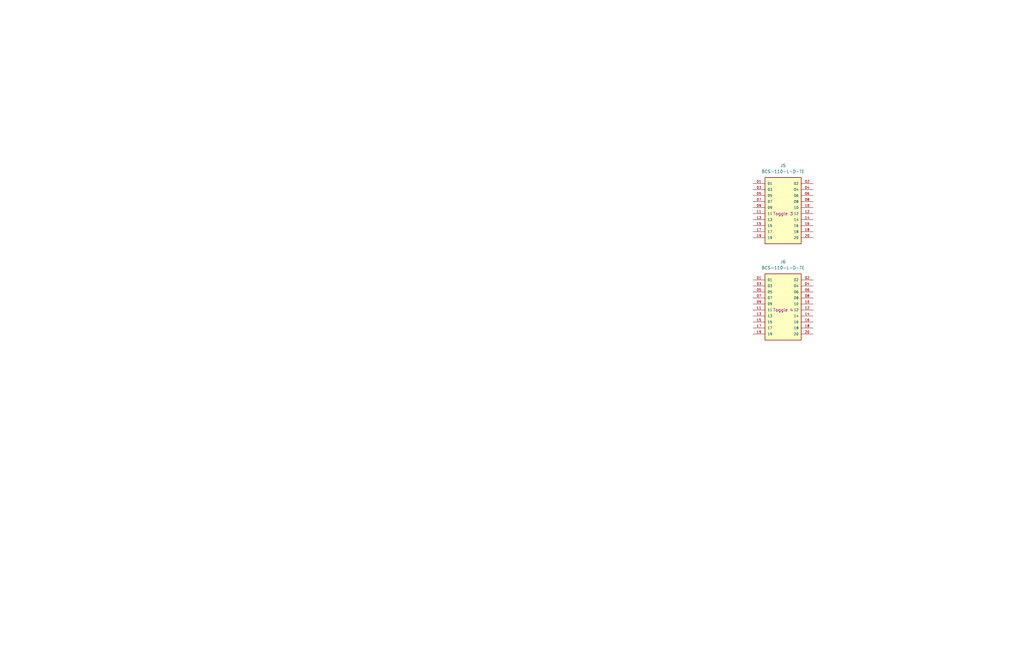
<source format=kicad_sch>
(kicad_sch
	(version 20250114)
	(generator "eeschema")
	(generator_version "9.0")
	(uuid "3474ccc8-a80d-4598-aa4d-3d84cabf74f0")
	(paper "B")
	(title_block
		(title "IMPISH POWER SUPPLY TOGGLES BOARD")
		(rev "-")
		(company "SOUTHWEST RESEARCH INSTITUTE")
	)
	(lib_symbols
		(symbol "IMPISH Toggles Library:BCS-110-L-D-TE"
			(pin_names
				(offset 1.016)
			)
			(exclude_from_sim no)
			(in_bom yes)
			(on_board yes)
			(property "Reference" "J"
				(at -8.12 15.24 0)
				(effects
					(font
						(size 1.27 1.27)
					)
					(justify left bottom)
				)
			)
			(property "Value" "BCS-110-L-D-TE"
				(at -7.62 -15.24 0)
				(effects
					(font
						(size 1.27 1.27)
					)
					(justify left bottom)
				)
			)
			(property "Footprint" "IMPISH Toggles Library:SAMTEC_BCS-110-L-D-TE"
				(at 0 -19.304 0)
				(effects
					(font
						(size 1.27 1.27)
					)
					(justify bottom)
					(hide yes)
				)
			)
			(property "Datasheet" ""
				(at 0 0 0)
				(effects
					(font
						(size 1.27 1.27)
					)
					(hide yes)
				)
			)
			(property "Description" ""
				(at 0 0 0)
				(effects
					(font
						(size 1.27 1.27)
					)
					(hide yes)
				)
			)
			(property "PARTREV" "R"
				(at 0 -22.606 0)
				(effects
					(font
						(size 1.27 1.27)
					)
					(justify bottom)
					(hide yes)
				)
			)
			(property "MANUFACTURER" "Samtec"
				(at 0 -20.828 0)
				(effects
					(font
						(size 1.27 1.27)
					)
					(justify bottom)
					(hide yes)
				)
			)
			(property "STANDARD" "Manufacturer Recommendations"
				(at 0 -17.526 0)
				(effects
					(font
						(size 1.27 1.27)
					)
					(justify bottom)
					(hide yes)
				)
			)
			(symbol "BCS-110-L-D-TE_0_0"
				(rectangle
					(start -7.62 -12.7)
					(end 7.62 15.24)
					(stroke
						(width 0.254)
						(type default)
					)
					(fill
						(type background)
					)
				)
				(pin passive line
					(at -12.7 12.7 0)
					(length 5.08)
					(name "01"
						(effects
							(font
								(size 1.016 1.016)
							)
						)
					)
					(number "01"
						(effects
							(font
								(size 1.016 1.016)
							)
						)
					)
				)
				(pin passive line
					(at -12.7 10.16 0)
					(length 5.08)
					(name "03"
						(effects
							(font
								(size 1.016 1.016)
							)
						)
					)
					(number "03"
						(effects
							(font
								(size 1.016 1.016)
							)
						)
					)
				)
				(pin passive line
					(at -12.7 7.62 0)
					(length 5.08)
					(name "05"
						(effects
							(font
								(size 1.016 1.016)
							)
						)
					)
					(number "05"
						(effects
							(font
								(size 1.016 1.016)
							)
						)
					)
				)
				(pin passive line
					(at -12.7 5.08 0)
					(length 5.08)
					(name "07"
						(effects
							(font
								(size 1.016 1.016)
							)
						)
					)
					(number "07"
						(effects
							(font
								(size 1.016 1.016)
							)
						)
					)
				)
				(pin passive line
					(at -12.7 2.54 0)
					(length 5.08)
					(name "09"
						(effects
							(font
								(size 1.016 1.016)
							)
						)
					)
					(number "09"
						(effects
							(font
								(size 1.016 1.016)
							)
						)
					)
				)
				(pin passive line
					(at -12.7 0 0)
					(length 5.08)
					(name "11"
						(effects
							(font
								(size 1.016 1.016)
							)
						)
					)
					(number "11"
						(effects
							(font
								(size 1.016 1.016)
							)
						)
					)
				)
				(pin passive line
					(at -12.7 -2.54 0)
					(length 5.08)
					(name "13"
						(effects
							(font
								(size 1.016 1.016)
							)
						)
					)
					(number "13"
						(effects
							(font
								(size 1.016 1.016)
							)
						)
					)
				)
				(pin passive line
					(at -12.7 -5.08 0)
					(length 5.08)
					(name "15"
						(effects
							(font
								(size 1.016 1.016)
							)
						)
					)
					(number "15"
						(effects
							(font
								(size 1.016 1.016)
							)
						)
					)
				)
				(pin passive line
					(at -12.7 -7.62 0)
					(length 5.08)
					(name "17"
						(effects
							(font
								(size 1.016 1.016)
							)
						)
					)
					(number "17"
						(effects
							(font
								(size 1.016 1.016)
							)
						)
					)
				)
				(pin passive line
					(at -12.7 -10.16 0)
					(length 5.08)
					(name "19"
						(effects
							(font
								(size 1.016 1.016)
							)
						)
					)
					(number "19"
						(effects
							(font
								(size 1.016 1.016)
							)
						)
					)
				)
				(pin passive line
					(at 12.7 12.7 180)
					(length 5.08)
					(name "02"
						(effects
							(font
								(size 1.016 1.016)
							)
						)
					)
					(number "02"
						(effects
							(font
								(size 1.016 1.016)
							)
						)
					)
				)
				(pin passive line
					(at 12.7 10.16 180)
					(length 5.08)
					(name "04"
						(effects
							(font
								(size 1.016 1.016)
							)
						)
					)
					(number "04"
						(effects
							(font
								(size 1.016 1.016)
							)
						)
					)
				)
				(pin passive line
					(at 12.7 7.62 180)
					(length 5.08)
					(name "06"
						(effects
							(font
								(size 1.016 1.016)
							)
						)
					)
					(number "06"
						(effects
							(font
								(size 1.016 1.016)
							)
						)
					)
				)
				(pin passive line
					(at 12.7 5.08 180)
					(length 5.08)
					(name "08"
						(effects
							(font
								(size 1.016 1.016)
							)
						)
					)
					(number "08"
						(effects
							(font
								(size 1.016 1.016)
							)
						)
					)
				)
				(pin passive line
					(at 12.7 2.54 180)
					(length 5.08)
					(name "10"
						(effects
							(font
								(size 1.016 1.016)
							)
						)
					)
					(number "10"
						(effects
							(font
								(size 1.016 1.016)
							)
						)
					)
				)
				(pin passive line
					(at 12.7 0 180)
					(length 5.08)
					(name "12"
						(effects
							(font
								(size 1.016 1.016)
							)
						)
					)
					(number "12"
						(effects
							(font
								(size 1.016 1.016)
							)
						)
					)
				)
				(pin passive line
					(at 12.7 -2.54 180)
					(length 5.08)
					(name "14"
						(effects
							(font
								(size 1.016 1.016)
							)
						)
					)
					(number "14"
						(effects
							(font
								(size 1.016 1.016)
							)
						)
					)
				)
				(pin passive line
					(at 12.7 -5.08 180)
					(length 5.08)
					(name "16"
						(effects
							(font
								(size 1.016 1.016)
							)
						)
					)
					(number "16"
						(effects
							(font
								(size 1.016 1.016)
							)
						)
					)
				)
				(pin passive line
					(at 12.7 -7.62 180)
					(length 5.08)
					(name "18"
						(effects
							(font
								(size 1.016 1.016)
							)
						)
					)
					(number "18"
						(effects
							(font
								(size 1.016 1.016)
							)
						)
					)
				)
				(pin passive line
					(at 12.7 -10.16 180)
					(length 5.08)
					(name "20"
						(effects
							(font
								(size 1.016 1.016)
							)
						)
					)
					(number "20"
						(effects
							(font
								(size 1.016 1.016)
							)
						)
					)
				)
			)
			(embedded_fonts no)
		)
	)
	(symbol
		(lib_id "IMPISH Toggles Library:BCS-110-L-D-TE")
		(at 330.2 90.17 0)
		(unit 1)
		(exclude_from_sim no)
		(in_bom yes)
		(on_board yes)
		(dnp no)
		(fields_autoplaced yes)
		(uuid "d55180a2-d376-48c7-8075-b431d69ebbea")
		(property "Reference" "J5"
			(at 330.2 69.85 0)
			(effects
				(font
					(size 1.27 1.27)
				)
			)
		)
		(property "Value" "BCS-110-L-D-TE"
			(at 330.2 72.39 0)
			(effects
				(font
					(size 1.27 1.27)
				)
			)
		)
		(property "Footprint" "IMPISH Toggles Library:SAMTEC_BCS-110-L-D-TE"
			(at 330.2 109.474 0)
			(effects
				(font
					(size 1.27 1.27)
				)
				(justify bottom)
				(hide yes)
			)
		)
		(property "Datasheet" ""
			(at 330.2 90.17 0)
			(effects
				(font
					(size 1.27 1.27)
				)
				(hide yes)
			)
		)
		(property "Description" "Toggle 3"
			(at 330.2 90.17 0)
			(effects
				(font
					(size 1.27 1.27)
				)
			)
		)
		(property "PARTREV" "R"
			(at 330.2 112.776 0)
			(effects
				(font
					(size 1.27 1.27)
				)
				(justify bottom)
				(hide yes)
			)
		)
		(property "MANUFACTURER" "Samtec"
			(at 330.2 110.998 0)
			(effects
				(font
					(size 1.27 1.27)
				)
				(justify bottom)
				(hide yes)
			)
		)
		(property "STANDARD" "Manufacturer Recommendations"
			(at 330.2 107.696 0)
			(effects
				(font
					(size 1.27 1.27)
				)
				(justify bottom)
				(hide yes)
			)
		)
		(pin "13"
			(uuid "17c980f2-0fac-409c-b098-fb1c7e7b6d6a")
		)
		(pin "03"
			(uuid "19acfdfb-1a71-49e8-bcfc-c8b1619d721e")
		)
		(pin "07"
			(uuid "6e8625cb-5fa0-40bc-bd98-8b1f7d10b3ac")
		)
		(pin "05"
			(uuid "5832842f-a22d-4da5-91f8-88cc78753cbd")
		)
		(pin "09"
			(uuid "fde4703d-b51b-4912-b16e-3e895686fd4c")
		)
		(pin "01"
			(uuid "5d63ba98-b21f-4d4d-8c9f-edf5d316e467")
		)
		(pin "11"
			(uuid "465a330c-4901-4a6f-895e-3ff35ca963d6")
		)
		(pin "15"
			(uuid "2baf88b9-d7af-4f6a-b15b-66c8e1fdc6f3")
		)
		(pin "17"
			(uuid "6ac8ef3e-3996-42b1-9302-b6b446de3642")
		)
		(pin "02"
			(uuid "66200704-c433-4993-b489-b1b2126f54a6")
		)
		(pin "04"
			(uuid "bb840737-3b6f-4c12-9ddf-c434990b88bf")
		)
		(pin "06"
			(uuid "fc850582-46ca-443b-87c9-f730bd72a054")
		)
		(pin "10"
			(uuid "a694a3be-02a2-4277-b6cb-e0e4e54d9668")
		)
		(pin "12"
			(uuid "0cd1d80c-a9b0-4cf4-bddf-af8cf1c1df1c")
		)
		(pin "14"
			(uuid "ddbb54d0-7b39-4838-8786-30f0cdc8db55")
		)
		(pin "16"
			(uuid "828d4f67-b6db-46ed-b4a5-456939e83d51")
		)
		(pin "19"
			(uuid "deaaec15-8b17-4891-9720-48f96fa076b5")
		)
		(pin "18"
			(uuid "b9b6b5e8-aaa6-4bcc-91fd-04bf703873ea")
		)
		(pin "20"
			(uuid "056e93ce-0b4b-48c3-8476-277335783cd3")
		)
		(pin "08"
			(uuid "0377018f-e948-4c12-b91f-f7207bb06935")
		)
		(instances
			(project "IMPISH PS Toggles Board"
				(path "/385e4cab-4577-43a4-bbbd-3e29a0bed824/45db729b-f96e-4684-bc67-080c16614f23"
					(reference "J5")
					(unit 1)
				)
			)
		)
	)
	(symbol
		(lib_id "IMPISH Toggles Library:BCS-110-L-D-TE")
		(at 330.2 130.81 0)
		(unit 1)
		(exclude_from_sim no)
		(in_bom yes)
		(on_board yes)
		(dnp no)
		(fields_autoplaced yes)
		(uuid "ee778eab-3317-462d-b66f-c0aac5ce339d")
		(property "Reference" "J6"
			(at 330.2 110.49 0)
			(effects
				(font
					(size 1.27 1.27)
				)
			)
		)
		(property "Value" "BCS-110-L-D-TE"
			(at 330.2 113.03 0)
			(effects
				(font
					(size 1.27 1.27)
				)
			)
		)
		(property "Footprint" "IMPISH Toggles Library:SAMTEC_BCS-110-L-D-TE"
			(at 330.2 150.114 0)
			(effects
				(font
					(size 1.27 1.27)
				)
				(justify bottom)
				(hide yes)
			)
		)
		(property "Datasheet" ""
			(at 330.2 130.81 0)
			(effects
				(font
					(size 1.27 1.27)
				)
				(hide yes)
			)
		)
		(property "Description" "Toggle 4"
			(at 330.2 130.81 0)
			(effects
				(font
					(size 1.27 1.27)
				)
			)
		)
		(property "PARTREV" "R"
			(at 330.2 153.416 0)
			(effects
				(font
					(size 1.27 1.27)
				)
				(justify bottom)
				(hide yes)
			)
		)
		(property "MANUFACTURER" "Samtec"
			(at 330.2 151.638 0)
			(effects
				(font
					(size 1.27 1.27)
				)
				(justify bottom)
				(hide yes)
			)
		)
		(property "STANDARD" "Manufacturer Recommendations"
			(at 330.2 148.336 0)
			(effects
				(font
					(size 1.27 1.27)
				)
				(justify bottom)
				(hide yes)
			)
		)
		(pin "15"
			(uuid "5d2cec95-e00e-4263-b486-c5b79dda68bf")
		)
		(pin "02"
			(uuid "7405e69c-aacc-4874-b672-6a43d6717fdc")
		)
		(pin "01"
			(uuid "7a5242b9-5399-4e3a-aec2-40dee429604f")
		)
		(pin "03"
			(uuid "78c20316-da29-454f-bd4c-db6074ff819b")
		)
		(pin "09"
			(uuid "3aa021c2-be16-4c09-b76c-65a963465b60")
		)
		(pin "05"
			(uuid "2035e8b9-bc99-4e41-a557-7a97246619ec")
		)
		(pin "11"
			(uuid "70347b5d-23cb-4cea-972d-ce2e573891e0")
		)
		(pin "07"
			(uuid "3502fbbb-b560-4544-8045-fa6817aa4395")
		)
		(pin "13"
			(uuid "74fdb05b-d466-4243-9dcf-7ab0b3698a69")
		)
		(pin "17"
			(uuid "55dbb35d-799b-4520-8b4a-95df86b073c0")
		)
		(pin "19"
			(uuid "35b42aec-34a7-474d-9b89-488da585e2ca")
		)
		(pin "04"
			(uuid "f9a438d2-5e80-4fa7-9495-6baaac938ef5")
		)
		(pin "06"
			(uuid "a864179a-c13e-4d68-935f-357c80c57a2c")
		)
		(pin "08"
			(uuid "0064646d-c17b-44f3-a4cc-5e004895ad3f")
		)
		(pin "10"
			(uuid "73c74b66-f188-41ab-9fcb-0f0c2fa90894")
		)
		(pin "12"
			(uuid "be196da8-2b16-4acc-84ea-db1c40a8c27b")
		)
		(pin "14"
			(uuid "04f277e0-0c9d-4245-a50d-0d883ad5142e")
		)
		(pin "16"
			(uuid "52664137-8c89-4165-875a-7cb495aa7924")
		)
		(pin "18"
			(uuid "73d848b0-4d91-4dc6-99b6-29920e05f67f")
		)
		(pin "20"
			(uuid "918aaa92-986d-46ba-b1a0-5caf4296694a")
		)
		(instances
			(project "IMPISH PS Toggles Board"
				(path "/385e4cab-4577-43a4-bbbd-3e29a0bed824/45db729b-f96e-4684-bc67-080c16614f23"
					(reference "J6")
					(unit 1)
				)
			)
		)
	)
)

</source>
